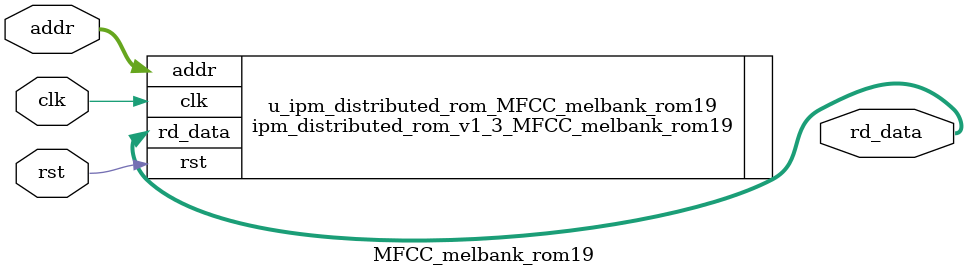
<source format=v>


`timescale 1 ns / 1 ps
module MFCC_melbank_rom19
    (
     addr        ,
     rst         ,
     clk         ,
     rd_data
    );

    localparam ADDR_WIDTH = 9 ; //@IPC int 4,10

    localparam DATA_WIDTH = 8 ; //@IPC int 1,256

    localparam RST_TYPE = "ASYNC" ; //@IPC enum ASYNC,SYNC

    localparam OUT_REG = 0 ; //@IPC bool

    localparam INIT_ENABLE = 1 ; //@IPC bool

    localparam INIT_FILE = "D:/PDS_FPGA/Audio_test/ipcore/MFCC_melbank_rom19/rtl/output18_MFCC_melbank_rom19.dat" ; //@IPC string

    localparam FILE_FORMAT = "BIN" ; //@IPC enum BIN,HEX


     output   wire  [DATA_WIDTH-1:0]       rd_data ;
     input    wire  [ADDR_WIDTH-1:0]       addr    ;
     input                                 clk     ;
     input                                 rst     ;

ipm_distributed_rom_v1_3_MFCC_melbank_rom19
   #(
     .ADDR_WIDTH    (ADDR_WIDTH     ), //address width   range:4-10
     .DATA_WIDTH    (DATA_WIDTH     ), //data width      range:4-256
     .RST_TYPE      (RST_TYPE       ), //reset type   "ASYNC_RESET" "SYNC_RESET"
     .OUT_REG       (OUT_REG        ), //output options :non_register(0)  register(1)
     .INIT_FILE     (INIT_FILE      ), //legal value:"NONE" or "initial file name"
     .FILE_FORMAT   (FILE_FORMAT    )  //initial data format : "bin" or "hex"
    )u_ipm_distributed_rom_MFCC_melbank_rom19
    (
     .rd_data       (rd_data        ),
     .addr          (addr           ),
     .clk           (clk            ),
     .rst           (rst            )

    );
endmodule

</source>
